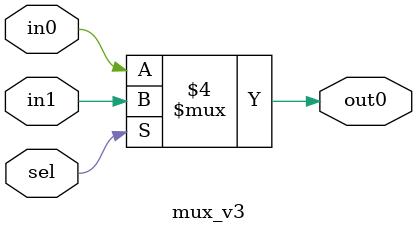
<source format=v>
module mux_v3(input wire in0,
				  input wire in1,
				  input wire sel,
				  output reg out0
				  );
always@( * )
begin
	if (sel == 0)
		out0 = in0;
	else 
		out0 = in1;
end
endmodule // mux_v3

</source>
